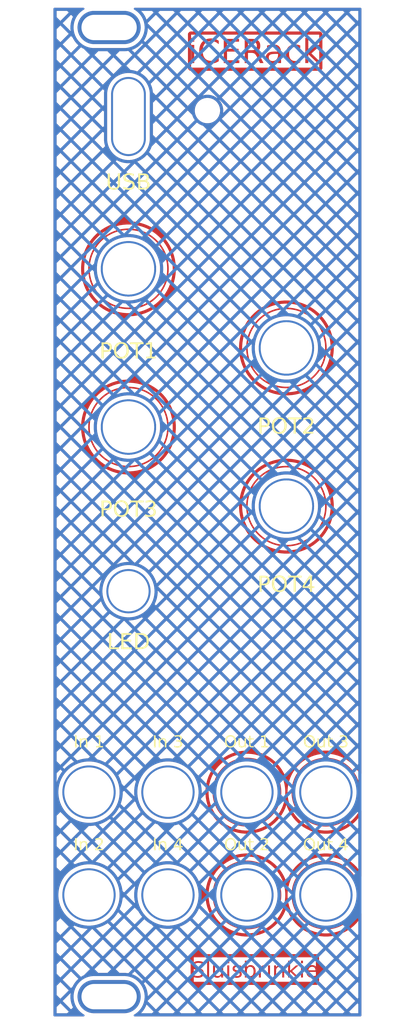
<source format=kicad_pcb>
(kicad_pcb (version 20241229) (generator "pcbnew") (generator_version "9.0")
  (layers (0 "F.Cu" signal) (2 "B.Cu" signal) (13 "F.Paste" user) (15 "B.Paste" user) (5 "F.SilkS" user "F.Silkscreen") (7 "B.SilkS" user "B.Silkscreen") (1 "F.Mask" user) (3 "B.Mask" user) (25 "Edge.Cuts" user))
  (net 0 "")
  (footprint "" (layer "F.Cu") (at 170 85)
    (property "Reference" "" (at 0 0 0) (layer "F.SilkS") (effects (font (size 1.27 1.27))))
    (property "Value" "")
    (pad "" thru_hole circle (at 0 0) (size 7 7) (drill 6.5) (layers "*.Cu" "*.Mask"))
  )
  (footprint "" (layer "F.Cu") (at 170 65)
    (property "Reference" "" (at 0 0 0) (layer "F.SilkS") (effects (font (size 1.27 1.27))))
    (property "Value" "")
    (pad "" thru_hole circle (at 0 0) (size 7 7) (drill 6.5) (layers "*.Cu" "*.Mask"))
  )
  (footprint "" (layer "F.Cu") (at 165 133.75)
    (property "Reference" "" (at 0.002969 0.4 0) (layer "F.SilkS") (effects (font (size 1.27 1.27))))
    (property "Value" "")
    (pad "" thru_hole circle (at 0 0.4) (size 6.75 6.75) (drill 6.25) (layers "*.Cu" "*.Mask"))
  )
  (footprint "" (layer "F.Cu") (at 150 75)
    (property "Reference" "" (at 0 0 0) (layer "F.SilkS") (effects (font (size 1.27 1.27))))
    (property "Value" "")
    (pad "" thru_hole circle (at 0 0) (size 7 7) (drill 6.5) (layers "*.Cu" "*.Mask"))
  )
  (footprint "" (layer "F.Cu") (at 145 134.15)
    (property "Reference" "" (at 0.002969 0 0) (layer "F.SilkS") (effects (font (size 1.27 1.27))))
    (property "Value" "")
    (pad "" thru_hole circle (at 0 0) (size 6.75 6.75) (drill 6.25) (layers "*.Cu" "*.Mask"))
  )
  (footprint "" (layer "F.Cu") (at 170 65)
    (property "Reference" "" (at 0 0 0) (layer "F.SilkS") (effects (font (size 1.27 1.27))))
    (property "Value" "")
    (pad "" thru_hole circle (at 0 0) (size 7 7) (drill 6.5) (layers "*.Cu" "*.Mask"))
  )
  (footprint "Library:knob_alu" (layer "F.Cu") (at 150 75)
    (property "Reference" "REF**" (hide yes))
    (property "Value" "knob_alu")
  )
  (footprint "" (layer "F.Cu") (at 155 121.15)
    (property "Reference" "" (at 0.002969 -1.497031 0) (layer "F.SilkS") (effects (font (size 1.27 1.27))))
    (property "Value" "")
    (pad "" thru_hole circle (at 0 0) (size 6.75 6.75) (drill 6.25) (layers "*.Cu" "*.Mask"))
  )
  (footprint "" (layer "F.Cu") (at 150 75)
    (property "Reference" "" (at 0 0 0) (layer "F.SilkS") (effects (font (size 1.5 1.5))))
    (property "Value" "")
    (pad "" thru_hole circle (at 0 0) (size 7 7) (drill 6.5) (layers "*.Cu" "*.Mask"))
  )
  (footprint "" (layer "F.Cu") (at 170 65)
    (property "Reference" "" (at 0 0 0) (layer "F.SilkS") (effects (font (size 1.5 1.5))))
    (property "Value" "")
    (pad "" thru_hole circle (at 0 0) (size 7 7) (drill 6.5) (layers "*.Cu" "*.Mask"))
  )
  (footprint "Library:Nut_3DModel" (layer "F.Cu") (at 175 134.15)
    (property "Reference" "REF**" (hide yes))
    (property "Value" "Nut_3DModel")
  )
  (footprint "" (layer "F.Cu") (at 150 55)
    (property "Reference" "" (at 0 0 0) (layer "F.SilkS") (effects (font (size 1.5 1.5))))
    (property "Value" "")
    (pad "" thru_hole circle (at 0 0) (size 7 7) (drill 6.5) (layers "*.Cu" "*.Mask"))
  )
  (footprint "" (layer "F.Cu") (at 170 65)
    (property "Reference" "" (at 0 0 0) (layer "F.SilkS") (effects (font (size 1.27 1.27))))
    (property "Value" "")
    (pad "" thru_hole circle (at 0 0) (size 7 7) (drill 6.5) (layers "*.Cu" "*.Mask"))
  )
  (footprint "Library:knob_alu" (layer "F.Cu") (at 170 85)
    (property "Reference" "REF**" (hide yes))
    (property "Value" "knob_alu")
  )
  (footprint "Library:icerack_backpcb" (layer "F.Cu") (at 140 140.75)
    (property "Reference" "REF**" (hide yes))
    (property "Value" "icerack_backpcb")
  )
  (footprint "" (layer "F.Cu") (at 150 35.75)
    (property "Reference" "" (at 0 0 0) (layer "F.SilkS") (effects (font (size 1.27 1.27))))
    (property "Value" "")
    (pad "" thru_hole oval (at 0 0) (size 4.4 10) (drill oval 3.9 9.5) (layers "*.Cu" "*.Mask"))
  )
  (footprint "MountingHole:MountingHole_3.2mm_M3" (layer "F.Cu") (at 147.5489 24.4964)
    (property "Reference" "REF**" (hide yes))
    (property "Value" "MountingHole_3.2mm_M3" (hide yes))
    (pad "" thru_hole oval (at 0 0) (size 8 4.2) (drill oval 7 3.2) (layers "*.Cu" "*.Mask"))
  )
  (footprint "Library:knob_alu" (layer "F.Cu") (at 170 65)
    (property "Reference" "REF**" (hide yes))
    (property "Value" "knob_alu")
  )
  (footprint "Library:knob_alu" (layer "F.Cu") (at 150 55)
    (property "Reference" "REF**" (hide yes))
    (property "Value" "knob_alu")
  )
  (footprint "" (layer "F.Cu") (at 155 134.15)
    (property "Reference" "" (at 0.002969 0 0) (layer "F.SilkS") (effects (font (size 1.27 1.27))))
    (property "Value" "")
    (pad "" thru_hole circle (at 0 0) (size 6.75 6.75) (drill 6.25) (layers "*.Cu" "*.Mask"))
  )
  (footprint "Library:Nut_3DModel" (layer "F.Cu") (at 155 134.15)
    (property "Reference" "REF**" (hide yes))
    (property "Value" "Nut_3DModel")
  )
  (footprint "" (layer "F.Cu") (at 150 55)
    (property "Reference" "" (at 0 0 0) (layer "F.SilkS") (effects (font (size 1.27 1.27))))
    (property "Value" "")
    (pad "" thru_hole circle (at 0 0) (size 7 7) (drill 6.5) (layers "*.Cu" "*.Mask"))
  )
  (footprint "MountingHole:MountingHole_3.2mm_M3" (layer "F.Cu") (at 147.5489 146.9964)
    (property "Reference" "REF**" (hide yes))
    (property "Value" "MountingHole_3.2mm_M3" (hide yes))
    (pad "" thru_hole oval (at 0 0) (size 8 4.2) (drill oval 7 3.2) (layers "*.Cu" "*.Mask"))
  )
  (footprint "" (layer "F.Cu") (at 150 55)
    (property "Reference" "" (at 0 0 0) (layer "F.SilkS") (effects (font (size 1.27 1.27))))
    (property "Value" "")
    (pad "" thru_hole circle (at 0 0) (size 7 7) (drill 6.5) (layers "*.Cu" "*.Mask"))
  )
  (footprint "" (layer "F.Cu") (at 170 85)
    (property "Reference" "" (at 0 0 0) (layer "F.SilkS") (effects (font (size 1.27 1.27))))
    (property "Value" "")
    (pad "" thru_hole circle (at 0 0) (size 7 7) (drill 6.5) (layers "*.Cu" "*.Mask"))
  )
  (footprint "" (layer "F.Cu") (at 175 121.15)
    (property "Reference" "" (at 0.002969 -0.947031 0) (layer "F.SilkS") (effects (font (size 1.27 1.27))))
    (property "Value" "")
    (pad "" thru_hole circle (at 0 0) (size 6.75 6.75) (drill 6.25) (layers "*.Cu" "*.Mask"))
  )
  (footprint "Library:Nut_3DModel" (layer "F.Cu") (at 145 121.25)
    (property "Reference" "REF**" (hide yes))
    (property "Value" "Nut_3DModel")
  )
  (footprint "" (layer "F.Cu") (at 150 75)
    (property "Reference" "" (at 0 0 0) (layer "F.SilkS") (effects (font (size 1.27 1.27))))
    (property "Value" "")
    (pad "" thru_hole circle (at 0 0) (size 7 7) (drill 6.5) (layers "*.Cu" "*.Mask"))
  )
  (footprint "" (layer "F.Cu") (at 145 121.15)
    (property "Reference" "" (at 0.002969 -1.247031 0) (layer "F.SilkS") (effects (font (size 1.27 1.27))))
    (property "Value" "")
    (pad "" thru_hole circle (at 0 0) (size 6.75 6.75) (drill 6.25) (layers "*.Cu" "*.Mask"))
  )
  (footprint "MountingHole:MountingHole_2.7mm_M2.5" (layer "F.Cu") (at 160 35)
    (property "Reference" "H1" (hide yes))
    (property "Value" "MountingHole")
    (pad "" np_thru_hole circle (at 0 0) (size 2.7 2.7) (drill 2.7) (layers "*.Cu" "*.Mask"))
  )
  (footprint "" (layer "F.Cu") (at 175 133.75)
    (property "Reference" "" (at 0.002969 0.4 0) (layer "F.SilkS") (effects (font (size 1.27 1.27))))
    (property "Value" "")
    (pad "" thru_hole circle (at 0 0.4) (size 6.75 6.75) (drill 6.25) (layers "*.Cu" "*.Mask"))
  )
  (footprint "" (layer "F.Cu") (at 150 95.75)
    (property "Reference" "" (at 0 0 0) (layer "F.SilkS") (effects (font (size 1.27 1.27))))
    (property "Value" "")
    (pad "" thru_hole circle (at 0 0) (size 5.6 3.6) (drill 5.1) (layers "*.Cu" "*.Mask"))
  )
  (footprint "" (layer "F.Cu") (at 170 85)
    (property "Reference" "" (at 0 0 0) (layer "F.SilkS") (effects (font (size 1.5 1.5))))
    (property "Value" "")
    (pad "" thru_hole circle (at 0 0) (size 7 7) (drill 6.5) (layers "*.Cu" "*.Mask"))
  )
  (footprint "Library:Nut_3DModel" (layer "F.Cu") (at 175 121.15)
    (property "Reference" "REF**" (hide yes))
    (property "Value" "Nut_3DModel")
  )
  (footprint "" (layer "F.Cu") (at 170 85)
    (property "Reference" "" (at 0 0 0) (layer "F.SilkS") (effects (font (size 1.27 1.27))))
    (property "Value" "")
    (pad "" thru_hole circle (at 0 0) (size 7 7) (drill 6.5) (layers "*.Cu" "*.Mask"))
  )
  (footprint "" (layer "F.Cu") (at 150 55)
    (property "Reference" "" (at 0 0 0) (layer "F.SilkS") (effects (font (size 1.27 1.27))))
    (property "Value" "")
    (pad "" thru_hole circle (at 0 0) (size 7 7) (drill 6.5) (layers "*.Cu" "*.Mask"))
  )
  (footprint "Library:Nut_3DModel" (layer "F.Cu") (at 155 121)
    (property "Reference" "REF**" (hide yes))
    (property "Value" "Nut_3DModel")
  )
  (footprint "" (layer "F.Cu") (at 150 75)
    (property "Reference" "" (at 0 0 0) (layer "F.SilkS") (effects (font (size 1.27 1.27))))
    (property "Value" "")
    (pad "" thru_hole circle (at 0 0) (size 7 7) (drill 6.5) (layers "*.Cu" "*.Mask"))
  )
  (footprint "Library:Nut_3DModel" (layer "F.Cu") (at 165 134.15)
    (property "Reference" "REF**" (hide yes))
    (property "Value" "Nut_3DModel")
  )
  (footprint "Library:Nut_3DModel" (layer "F.Cu") (at 165 121.15)
    (property "Reference" "REF**" (hide yes))
    (property "Value" "Nut_3DModel")
  )
  (footprint "Library:torx_m2.5" (layer "F.Cu") (at 160 35)
    (property "Reference" "REF**" (hide yes))
    (property "Value" "torx_m2.5")
  )
  (footprint "Library:Nut_3DModel" (layer "F.Cu") (at 145 134.15)
    (property "Reference" "REF**" (hide yes))
    (property "Value" "Nut_3DModel")
  )
  (footprint "" (layer "F.Cu") (at 165 121.15)
    (property "Reference" "" (at 0.002969 -1.097031 0) (layer "F.SilkS") (effects (font (size 1.27 1.27))))
    (property "Value" "")
    (pad "" thru_hole circle (at 0 0) (size 6.75 6.75) (drill 6.25) (layers "*.Cu" "*.Mask"))
  )
  (gr_circle (center 165 121.15) (end 169.252969 121.15) (stroke (width 0.2)) (fill no) (layer "F.Cu"))
  (gr_circle (center 175 134.15) (end 179.252969 134.15) (stroke (width 0.2)) (fill no) (layer "F.Cu"))
  (gr_circle (center 170 65) (end 170 70) (stroke (width 0.2)) (fill no) (layer "F.Cu"))
  (gr_circle (center 170 85) (end 170.002969 90) (stroke (width 0.2)) (fill no) (layer "F.Cu"))
  (gr_circle (center 175 121.15) (end 179.252969 121.15) (stroke (width 0.2)) (fill no) (layer "F.Cu"))
  (gr_circle (center 165 134.15) (end 169.252969 134.15) (stroke (width 0.2)) (fill no) (layer "F.Cu"))
  (gr_circle (center 150 75) (end 150 80) (stroke (width 0.2)) (fill no) (layer "F.Cu"))
  (gr_circle (center 150 55) (end 150 60) (stroke (width 0.2)) (fill no) (layer "F.Cu"))
  (gr_line (start 180 150) (end 140 150) (stroke (width 0.001)) (layer "Edge.Cuts"))
  (gr_line (start 180 21.5) (end 140 21.5) (stroke (width 0.001)) (layer "Edge.Cuts"))
  (gr_line (start 180 150) (end 180 21.5) (stroke (width 0.001)) (layer "Edge.Cuts"))
  (gr_line (start 140 150) (end 140 21.5) (stroke (width 0.001)) (layer "Edge.Cuts"))
  (gr_text "iCERack" (at 166 27.75 0) (layer "F.Cu") (effects (font (size 3 3) (thickness 0.375))))
  (gr_text "Sluisbrinkie\n" (at 166 143.75 0) (layer "F.Cu") (effects (font (size 2 2))))
  (gr_text "LED" (at 150 77.25 0) (layer "F.SilkS") (effects (font (size 1.5 1.5) (thickness 0.14224)) (justify bottom)))
  (gr_text "Out 3" (at 175 115.75 0) (layer "F.SilkS") (effects (font (size 1.5 1.5) (thickness 0.14224)) (justify bottom)))
  (gr_text "In 2" (at 145 128.75 0) (layer "F.SilkS") (effects (font (size 1.5 1.5) (thickness 0.14224)) (justify bottom)))
  (gr_text "POT3" (at 150 85.5 0) (layer "F.SilkS") (effects (font (size 2 2))))
  (gr_text "In 4" (at 155 128.75 0) (layer "F.SilkS") (effects (font (size 1.5 1.5) (thickness 0.14224)) (justify bottom)))
  (gr_text "POT2" (at 170 75 0) (layer "F.SilkS") (effects (font (size 2 2))))
  (gr_text "In 3" (at 155 115.75 0) (layer "F.SilkS") (effects (font (size 1.5 1.5) (thickness 0.14224)) (justify bottom)))
  (gr_text "Out 2" (at 165 128.75 0) (layer "F.SilkS") (effects (font (size 1.5 1.5) (thickness 0.14224)) (justify bottom)))
  (gr_text "USB" (at 150 44.15 0) (layer "F.SilkS") (effects (font (size 2 2))))
  (gr_text "Out 1" (at 165 115.75 0) (layer "F.SilkS") (effects (font (size 1.5 1.5) (thickness 0.14224)) (justify bottom)))
  (gr_text "LED" (at 150 102.25 0) (layer "F.SilkS") (effects (font (size 2 2))))
  (gr_text "Out 4" (at 175 128.75 0) (layer "F.SilkS") (effects (font (size 1.5 1.5) (thickness 0.14224)) (justify bottom)))
  (gr_text "In 1" (at 145 115.75 0) (layer "F.SilkS") (effects (font (size 1.5 1.5) (thickness 0.14224)) (justify bottom)))
  (gr_text "POT4\n" (at 170 95 0) (layer "F.SilkS") (effects (font (size 2 2))))
  (gr_text "POT1" (at 150 65.5 0) (layer "F.SilkS") (effects (font (size 2 2))))
  (zone (net 0) (net_name "") (layers "F.Cu" "B.Cu") (connect_pads (clearance 0.5)) (min_thickness 0.25) (fill yes (mode hatch) (thermal_gap 0.5) (thermal_bridge_width 0.5) (island_removal_mode 1) (island_area_min 10) (hatch_thickness 0.4) (hatch_gap 1.5) (hatch_orientation 45) (hatch_border_algorithm hatch_thickness) (hatch_min_hole_area 0.3))
    (polygon (pts (xy 140 21.25) (xy 180 21.25) (xy 180 150.25) (xy 140 150.25)))
  )
)
</source>
